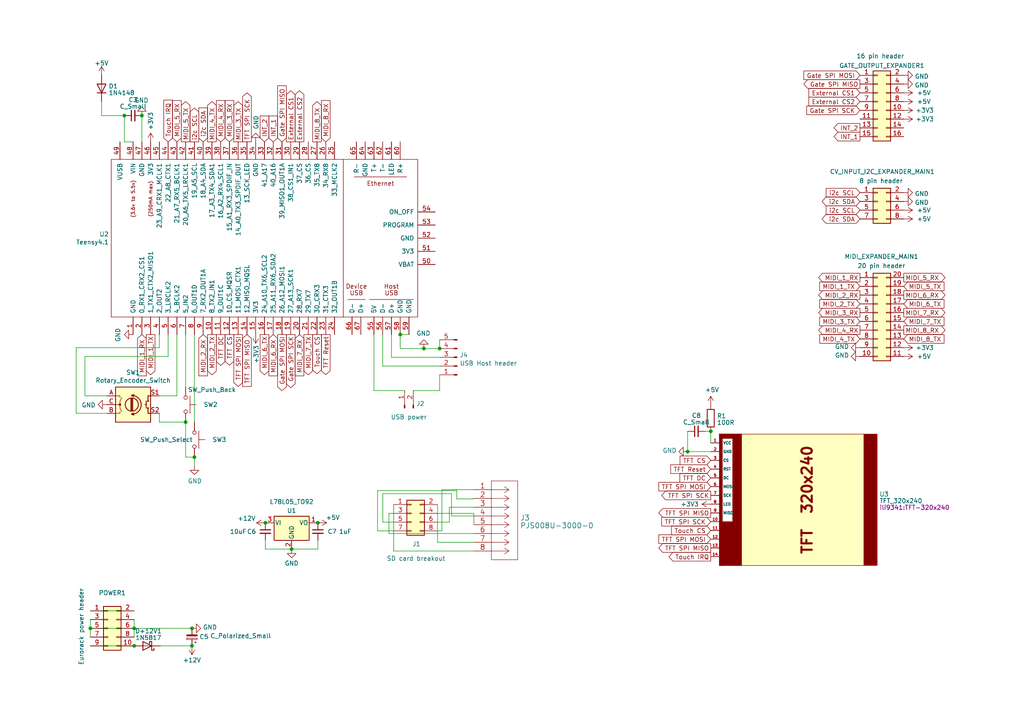
<source format=kicad_sch>
(kicad_sch (version 20230121) (generator eeschema)
  (paper "A4")
  (lib_symbols
    (symbol "2023-04-07_14-22-102:PJS008U-3000-0" (pin_names (offset 0.254) hide)
      (property "Reference" "J" (at 8.89 6.35 0))
      (property "Value" "PJS008U-3000-0" (at 10.16 -10.16 0))
      (symbol "PJS008U-3000-0_1_1"
        (pin bidirectional line (at 0 0 0) (length 5.08) (name "DAT2") (number "1"))
        (pin unspecified line (at 0 -2.54 0) (length 5.08) (name "CD/DAT3") (number "2"))
        (pin unspecified line (at 0 -5.08 0) (length 5.08) (name "CMD") (number "3"))
        (pin power_in line (at 0 -7.62 0) (length 5.08) (name "VDD") (number "4"))
        (pin unspecified line (at 0 -10.16 0) (length 5.08) (name "CLK") (number "5"))
        (pin power_in line (at 0 -12.7 0) (length 5.08) (name "VSS") (number "6"))
        (pin bidirectional line (at 0 -15.24 0) (length 5.08) (name "DAT0") (number "7"))
        (pin bidirectional line (at 0 -17.78 0) (length 5.08) (name "DAT1") (number "8"))
      )
    )
    (symbol "Connector:Conn_01x02_Pin" (pin_names (offset 1.016) hide)
      (property "Reference" "J" (at 0 2.54 0))
      (property "Value" "Conn_01x02_Pin" (at 0 -5.08 0))
      (symbol "Conn_01x02_Pin_1_1"
        (pin passive line (at 5.08 0 180) (length 3.81) (name "Pin_1") (number "1"))
        (pin passive line (at 5.08 -2.54 180) (length 3.81) (name "Pin_2") (number "2"))
      )
    )
    (symbol "Connector:Conn_01x05_Pin" (pin_names (offset 1.016) hide)
      (property "Reference" "J" (at 0 7.62 0))
      (property "Value" "Conn_01x05_Pin" (at 0 -7.62 0))
      (symbol "Conn_01x05_Pin_1_1"
        (pin passive line (at 5.08 5.08 180) (length 3.81) (name "Pin_1") (number "1"))
        (pin passive line (at 5.08 2.54 180) (length 3.81) (name "Pin_2") (number "2"))
        (pin passive line (at 5.08 0 180) (length 3.81) (name "Pin_3") (number "3"))
        (pin passive line (at 5.08 -2.54 180) (length 3.81) (name "Pin_4") (number "4"))
        (pin passive line (at 5.08 -5.08 180) (length 3.81) (name "Pin_5") (number "5"))
      )
    )
    (symbol "Connector_Generic:Conn_02x04_Odd_Even" (pin_names (offset 1.016) hide)
      (property "Reference" "J" (at 1.27 5.08 0))
      (property "Value" "Conn_02x04_Odd_Even" (at 1.27 -7.62 0))
      (symbol "Conn_02x04_Odd_Even_1_1"
        (pin passive line (at -5.08 2.54 0) (length 3.81) (name "Pin_1") (number "1"))
        (pin passive line (at 7.62 2.54 180) (length 3.81) (name "Pin_2") (number "2"))
        (pin passive line (at -5.08 0 0) (length 3.81) (name "Pin_3") (number "3"))
        (pin passive line (at 7.62 0 180) (length 3.81) (name "Pin_4") (number "4"))
        (pin passive line (at -5.08 -2.54 0) (length 3.81) (name "Pin_5") (number "5"))
        (pin passive line (at 7.62 -2.54 180) (length 3.81) (name "Pin_6") (number "6"))
        (pin passive line (at -5.08 -5.08 0) (length 3.81) (name "Pin_7") (number "7"))
        (pin passive line (at 7.62 -5.08 180) (length 3.81) (name "Pin_8") (number "8"))
      )
    )
    (symbol "Connector_Generic:Conn_02x05_Odd_Even" (pin_names (offset 1.016) hide)
      (property "Reference" "J" (at 1.27 7.62 0))
      (property "Value" "Conn_02x05_Odd_Even" (at 1.27 -7.62 0))
      (symbol "Conn_02x05_Odd_Even_1_1"
        (pin passive line (at -5.08 5.08 0) (length 3.81) (name "Pin_1") (number "1"))
        (pin passive line (at 7.62 -5.08 180) (length 3.81) (name "Pin_10") (number "10"))
        (pin passive line (at 7.62 5.08 180) (length 3.81) (name "Pin_2") (number "2"))
        (pin passive line (at -5.08 2.54 0) (length 3.81) (name "Pin_3") (number "3"))
        (pin passive line (at 7.62 2.54 180) (length 3.81) (name "Pin_4") (number "4"))
        (pin passive line (at -5.08 0 0) (length 3.81) (name "Pin_5") (number "5"))
        (pin passive line (at 7.62 0 180) (length 3.81) (name "Pin_6") (number "6"))
        (pin passive line (at -5.08 -2.54 0) (length 3.81) (name "Pin_7") (number "7"))
        (pin passive line (at 7.62 -2.54 180) (length 3.81) (name "Pin_8") (number "8"))
        (pin passive line (at -5.08 -5.08 0) (length 3.81) (name "Pin_9") (number "9"))
      )
    )
    (symbol "Connector_Generic:Conn_02x08_Odd_Even" (pin_names (offset 1.016) hide)
      (property "Reference" "J" (at 1.27 10.16 0))
      (property "Value" "Conn_02x08_Odd_Even" (at 1.27 -12.7 0))
      (symbol "Conn_02x08_Odd_Even_1_1"
        (pin passive line (at -5.08 7.62 0) (length 3.81) (name "Pin_1") (number "1"))
        (pin passive line (at 7.62 -2.54 180) (length 3.81) (name "Pin_10") (number "10"))
        (pin passive line (at -5.08 -5.08 0) (length 3.81) (name "Pin_11") (number "11"))
        (pin passive line (at 7.62 -5.08 180) (length 3.81) (name "Pin_12") (number "12"))
        (pin passive line (at -5.08 -7.62 0) (length 3.81) (name "Pin_13") (number "13"))
        (pin passive line (at 7.62 -7.62 180) (length 3.81) (name "Pin_14") (number "14"))
        (pin passive line (at -5.08 -10.16 0) (length 3.81) (name "Pin_15") (number "15"))
        (pin passive line (at 7.62 -10.16 180) (length 3.81) (name "Pin_16") (number "16"))
        (pin passive line (at 7.62 7.62 180) (length 3.81) (name "Pin_2") (number "2"))
        (pin passive line (at -5.08 5.08 0) (length 3.81) (name "Pin_3") (number "3"))
        (pin passive line (at 7.62 5.08 180) (length 3.81) (name "Pin_4") (number "4"))
        (pin passive line (at -5.08 2.54 0) (length 3.81) (name "Pin_5") (number "5"))
        (pin passive line (at 7.62 2.54 180) (length 3.81) (name "Pin_6") (number "6"))
        (pin passive line (at -5.08 0 0) (length 3.81) (name "Pin_7") (number "7"))
        (pin passive line (at 7.62 0 180) (length 3.81) (name "Pin_8") (number "8"))
        (pin passive line (at -5.08 -2.54 0) (length 3.81) (name "Pin_9") (number "9"))
      )
    )
    (symbol "Connector_Generic:Conn_02x10_Counter_Clockwise" (pin_names (offset 1.016) hide)
      (property "Reference" "J" (at 1.27 12.7 0))
      (property "Value" "Conn_02x10_Counter_Clockwise" (at 1.27 -15.24 0))
      (symbol "Conn_02x10_Counter_Clockwise_1_1"
        (pin passive line (at -5.08 10.16 0) (length 3.81) (name "Pin_1") (number "1"))
        (pin passive line (at -5.08 -12.7 0) (length 3.81) (name "Pin_10") (number "10"))
        (pin passive line (at 7.62 -12.7 180) (length 3.81) (name "Pin_11") (number "11"))
        (pin passive line (at 7.62 -10.16 180) (length 3.81) (name "Pin_12") (number "12"))
        (pin passive line (at 7.62 -7.62 180) (length 3.81) (name "Pin_13") (number "13"))
        (pin passive line (at 7.62 -5.08 180) (length 3.81) (name "Pin_14") (number "14"))
        (pin passive line (at 7.62 -2.54 180) (length 3.81) (name "Pin_15") (number "15"))
        (pin passive line (at 7.62 0 180) (length 3.81) (name "Pin_16") (number "16"))
        (pin passive line (at 7.62 2.54 180) (length 3.81) (name "Pin_17") (number "17"))
        (pin passive line (at 7.62 5.08 180) (length 3.81) (name "Pin_18") (number "18"))
        (pin passive line (at 7.62 7.62 180) (length 3.81) (name "Pin_19") (number "19"))
        (pin passive line (at -5.08 7.62 0) (length 3.81) (name "Pin_2") (number "2"))
        (pin passive line (at 7.62 10.16 180) (length 3.81) (name "Pin_20") (number "20"))
        (pin passive line (at -5.08 5.08 0) (length 3.81) (name "Pin_3") (number "3"))
        (pin passive line (at -5.08 2.54 0) (length 3.81) (name "Pin_4") (number "4"))
        (pin passive line (at -5.08 0 0) (length 3.81) (name "Pin_5") (number "5"))
        (pin passive line (at -5.08 -2.54 0) (length 3.81) (name "Pin_6") (number "6"))
        (pin passive line (at -5.08 -5.08 0) (length 3.81) (name "Pin_7") (number "7"))
        (pin passive line (at -5.08 -7.62 0) (length 3.81) (name "Pin_8") (number "8"))
        (pin passive line (at -5.08 -10.16 0) (length 3.81) (name "Pin_9") (number "9"))
      )
    )
    (symbol "Device:C_Polarized_Small" (pin_numbers hide) (pin_names (offset 0.254) hide)
      (property "Reference" "C" (at 0.254 1.778 0))
      (property "Value" "C_Polarized_Small" (at 0.254 -2.032 0))
      (symbol "C_Polarized_Small_1_1"
        (pin passive line (at 0 2.54 270) (length 1.8542) (name "~") (number "1"))
        (pin passive line (at 0 -2.54 90) (length 1.8542) (name "~") (number "2"))
      )
    )
    (symbol "Device:C_Small" (pin_numbers hide) (pin_names (offset 0.254) hide)
      (property "Reference" "C" (at 0.254 1.778 0))
      (property "Value" "C_Small" (at 0.254 -2.032 0))
      (symbol "C_Small_1_1"
        (pin passive line (at 0 2.54 270) (length 2.032) (name "~") (number "1"))
        (pin passive line (at 0 -2.54 90) (length 2.032) (name "~") (number "2"))
      )
    )
    (symbol "Device:R" (pin_numbers hide) (pin_names (offset 0))
      (property "Reference" "R" (at 2.032 0 90))
      (property "Value" "R" (at 0 0 90))
      (symbol "R_1_1"
        (pin passive line (at 0 3.81 270) (length 1.27) (name "~") (number "1"))
        (pin passive line (at 0 -3.81 90) (length 1.27) (name "~") (number "2"))
      )
    )
    (symbol "Diode:1N4148" (pin_numbers hide) (pin_names hide)
      (property "Reference" "D" (at 0 2.54 0))
      (property "Value" "1N4148" (at 0 -2.54 0))
      (symbol "1N4148_1_1"
        (pin passive line (at -3.81 0 0) (length 2.54) (name "K") (number "1"))
        (pin passive line (at 3.81 0 180) (length 2.54) (name "A") (number "2"))
      )
    )
    (symbol "Diode:1N5817" (pin_numbers hide) (pin_names (offset 1.016) hide)
      (property "Reference" "D" (at 0 2.54 0))
      (property "Value" "1N5817" (at 0 -2.54 0))
      (symbol "1N5817_1_1"
        (pin passive line (at -3.81 0 0) (length 2.54) (name "K") (number "1"))
        (pin passive line (at 3.81 0 180) (length 2.54) (name "A") (number "2"))
      )
    )
    (symbol "Regulator_Linear:L78L05_TO92" (pin_names (offset 0.254))
      (property "Reference" "U" (at -3.81 3.175 0))
      (property "Value" "L78L05_TO92" (at 0 3.175 0))
      (symbol "L78L05_TO92_1_1"
        (pin power_out line (at 7.62 0 180) (length 2.54) (name "VO") (number "1"))
        (pin power_in line (at 0 -7.62 90) (length 2.54) (name "GND") (number "2"))
        (pin power_in line (at -7.62 0 0) (length 2.54) (name "VI") (number "3"))
      )
    )
    (symbol "Switch:SW_Push" (pin_numbers hide) (pin_names (offset 1.016) hide)
      (property "Reference" "SW" (at 1.27 2.54 0))
      (property "Value" "SW_Push" (at 0 -1.524 0))
      (symbol "SW_Push_0_1"
        (pin passive line (at -5.08 0 0) (length 2.54) (name "1") (number "1"))
        (pin passive line (at 5.08 0 180) (length 2.54) (name "2") (number "2"))
      )
    )
    (symbol "power:+12V" (power) (pin_names (offset 0))
      (property "Value" "+12V" (at 0 3.556 0))
      (symbol "+12V_1_1"
        (pin power_in line (at 0 0 90) (length 0) hide (name "+12V") (number "1"))
      )
    )
    (symbol "power:+3V3" (power) (pin_names (offset 0))
      (property "Value" "+3V3" (at 0 3.556 0))
      (symbol "+3V3_1_1"
        (pin power_in line (at 0 0 90) (length 0) hide (name "+3V3") (number "1"))
      )
    )
    (symbol "power:+5V" (power) (pin_names (offset 0))
      (property "Value" "+5V" (at 0 3.556 0))
      (symbol "+5V_1_1"
        (pin power_in line (at 0 0 90) (length 0) hide (name "+5V") (number "1"))
      )
    )
    (symbol "power:GND" (power) (pin_names (offset 0))
      (property "Value" "GND" (at 0 -3.81 0))
      (symbol "GND_1_1"
        (pin power_in line (at 0 0 270) (length 0) hide (name "GND") (number "1"))
      )
    )
    (symbol "tft_320x240:TFT_320x240" (pin_names (offset 1.016))
      (property "Reference" "U?" (at 20.32 25.4001 0))
      (property "Value" "TFT_320x240" (at 20.32 22.8601 0))
      (property "Footprint" "z_Devices:TFT-320x240" (at 20.32 20.3201 0))
      (symbol "TFT_320x240_0_0"
        (text "TFT  320x240" (at 0 25.4 0) (effects (font (size 2.9972 2.9972) bold)))
      )
      (symbol "TFT_320x240_1_1"
        (pin power_in line (at -16.51 -2.54 90) (length 2.54) (name "VCC") (number "1"))
        (pin bidirectional line (at 6.35 -2.54 90) (length 2.54) (name "~") (number "10"))
        (pin bidirectional line (at 8.89 -2.54 90) (length 2.54) (name "~") (number "11"))
        (pin bidirectional line (at 11.43 -2.54 90) (length 2.54) (name "~") (number "12"))
        (pin bidirectional line (at 13.97 -2.54 90) (length 2.54) (name "~") (number "13"))
        (pin bidirectional line (at 16.51 -2.54 90) (length 2.54) (name "~") (number "14"))
        (pin bidirectional line (at -13.97 -2.54 90) (length 2.54) (name "GND") (number "2"))
        (pin bidirectional line (at -11.43 -2.54 90) (length 2.54) (name "CS") (number "3"))
        (pin bidirectional line (at -8.89 -2.54 90) (length 2.54) (name "RST") (number "4"))
        (pin bidirectional line (at -6.35 -2.54 90) (length 2.54) (name "DC") (number "5"))
        (pin bidirectional line (at -3.81 -2.54 90) (length 2.54) (name "MOSI") (number "6"))
        (pin bidirectional line (at -1.27 -2.54 90) (length 2.54) (name "SCK") (number "7"))
        (pin power_in line (at 1.27 -2.54 90) (length 2.54) (name "LED") (number "8"))
        (pin bidirectional line (at 3.81 -2.54 90) (length 2.54) (name "MISO") (number "9"))
      )
    )
    (symbol "usb_midi_clocker circuits-rescue:Rotary_Encoder_Switch-Device" (pin_names (offset 0.254) hide)
      (property "Reference" "SW" (at 0 6.604 0))
      (property "Value" "Device_Rotary_Encoder_Switch" (at 0 -6.604 0))
      (symbol "Rotary_Encoder_Switch-Device_1_1"
        (pin passive line (at -7.62 2.54 0) (length 2.54) (name "A") (number "A"))
        (pin passive line (at -7.62 -2.54 0) (length 2.54) (name "B") (number "B"))
        (pin passive line (at -7.62 0 0) (length 2.54) (name "C") (number "C"))
        (pin passive line (at 7.62 2.54 180) (length 2.54) (name "S1") (number "S1"))
        (pin passive line (at 7.62 -2.54 180) (length 2.54) (name "S2") (number "S2"))
      )
    )
    (symbol "usb_midi_clocker circuits-rescue:Teensy4.1-teensy" (pin_names (offset 1.016))
      (property "Reference" "U" (at 0 64.77 0))
      (property "Value" "teensy_Teensy4.1" (at 0 62.23 0))
      (symbol "Teensy4.1-teensy_0_0"
        (text "(250mA max)" (at 11.43 49.53 0) (effects (font (size 1.016 1.016))))
        (text "(3.6v to 5.5v)" (at 11.43 54.61 0) (effects (font (size 1.016 1.016))))
        (text "Device" (at -13.97 -10.16 900) (effects (font (size 1.27 1.27))))
        (text "Ethernet" (at 15.875 -17.145 900) (effects (font (size 1.27 1.27))))
        (text "Host" (at -13.97 -20.32 900) (effects (font (size 1.27 1.27))))
        (text "USB" (at -15.875 -20.32 900) (effects (font (size 1.27 1.27))))
        (text "USB" (at -15.875 -10.16 900) (effects (font (size 1.27 1.27))))
        (pin bidirectional line (at -27.94 31.75 0) (length 5.08) (name "8_TX2_IN1") (number "10"))
        (pin bidirectional line (at -27.94 29.21 0) (length 5.08) (name "9_OUT1C") (number "11"))
        (pin bidirectional line (at -27.94 26.67 0) (length 5.08) (name "10_CS_MQSR") (number "12"))
        (pin bidirectional line (at -27.94 24.13 0) (length 5.08) (name "11_MOSI_CTX1") (number "13"))
        (pin bidirectional line (at -27.94 21.59 0) (length 5.08) (name "12_MISO_MQSL") (number "14"))
        (pin power_in line (at -27.94 19.05 0) (length 5.08) (name "3V3") (number "15"))
        (pin bidirectional line (at -27.94 16.51 0) (length 5.08) (name "24_A10_TX6_SCL2") (number "16"))
        (pin bidirectional line (at -27.94 13.97 0) (length 5.08) (name "25_A11_RX6_SDA2") (number "17"))
        (pin bidirectional line (at -27.94 11.43 0) (length 5.08) (name "26_A12_MOSI1") (number "18"))
        (pin bidirectional line (at -27.94 8.89 0) (length 5.08) (name "27_A13_SCK1") (number "19"))
        (pin bidirectional line (at -27.94 6.35 0) (length 5.08) (name "28_RX7") (number "20"))
        (pin bidirectional line (at -27.94 3.81 0) (length 5.08) (name "29_TX7") (number "21"))
        (pin bidirectional line (at -27.94 1.27 0) (length 5.08) (name "30_CRX3") (number "22"))
        (pin bidirectional line (at -27.94 -1.27 0) (length 5.08) (name "31_CTX3") (number "23"))
        (pin bidirectional line (at -27.94 -3.81 0) (length 5.08) (name "32_OUT1B") (number "24"))
        (pin bidirectional line (at 27.94 -3.81 180) (length 5.08) (name "33_MCLK2") (number "25"))
        (pin bidirectional line (at 27.94 -1.27 180) (length 5.08) (name "34_RX8") (number "26"))
        (pin bidirectional line (at 27.94 1.27 180) (length 5.08) (name "35_TX8") (number "27"))
        (pin bidirectional line (at 27.94 3.81 180) (length 5.08) (name "36_CS") (number "28"))
        (pin bidirectional line (at 27.94 6.35 180) (length 5.08) (name "37_CS") (number "29"))
        (pin bidirectional line (at 27.94 8.89 180) (length 5.08) (name "38_CS1_IN1") (number "30"))
        (pin bidirectional line (at 27.94 11.43 180) (length 5.08) (name "39_MISO1_OUT1A") (number "31"))
        (pin bidirectional line (at 27.94 13.97 180) (length 5.08) (name "40_A16") (number "32"))
        (pin bidirectional line (at 27.94 16.51 180) (length 5.08) (name "41_A17") (number "33"))
        (pin bidirectional line (at 27.94 21.59 180) (length 5.08) (name "13_SCK_LED") (number "35"))
        (pin bidirectional line (at 27.94 24.13 180) (length 5.08) (name "14_A0_TX3_SPDIF_OUT") (number "36"))
        (pin bidirectional line (at 27.94 26.67 180) (length 5.08) (name "15_A1_RX3_SPDIF_IN") (number "37"))
        (pin bidirectional line (at 27.94 29.21 180) (length 5.08) (name "16_A2_RX4_SCL1") (number "38"))
        (pin bidirectional line (at 27.94 31.75 180) (length 5.08) (name "17_A3_TX4_SDA1") (number "39"))
        (pin bidirectional line (at 27.94 34.29 180) (length 5.08) (name "18_A4_SDA") (number "40"))
        (pin bidirectional line (at 27.94 36.83 180) (length 5.08) (name "19_A5_SCL") (number "41"))
        (pin bidirectional line (at 27.94 39.37 180) (length 5.08) (name "20_A6_TX5_LRCLK1") (number "42"))
        (pin bidirectional line (at 27.94 41.91 180) (length 5.08) (name "21_A7_RX5_BCLK1") (number "43"))
        (pin bidirectional line (at 27.94 44.45 180) (length 5.08) (name "22_A8_CTX1") (number "44"))
        (pin bidirectional line (at 27.94 46.99 180) (length 5.08) (name "23_A9_CRX1_MCLK1") (number "45"))
        (pin output line (at 27.94 49.53 180) (length 5.08) (name "3V3") (number "46"))
        (pin output line (at 27.94 52.07 180) (length 5.08) (name "GND") (number "47"))
        (pin power_in line (at 27.94 54.61 180) (length 5.08) (name "VIN") (number "48"))
        (pin power_out line (at 27.94 58.42 180) (length 5.08) (name "VUSB") (number "49"))
        (pin bidirectional line (at -27.94 44.45 0) (length 5.08) (name "3_LRCLK2") (number "5"))
        (pin power_in line (at -7.62 -33.02 90) (length 5.08) (name "VBAT") (number "50"))
        (pin power_in line (at -3.81 -33.02 90) (length 5.08) (name "3V3") (number "51"))
        (pin input line (at 0 -33.02 90) (length 5.08) (name "GND") (number "52"))
        (pin input line (at 3.81 -33.02 90) (length 5.08) (name "PROGRAM") (number "53"))
        (pin input line (at 7.62 -33.02 90) (length 5.08) (name "ON_OFF") (number "54"))
        (pin power_out line (at -27.94 -15.24 0) (length 5.08) (name "5V") (number "55"))
        (pin bidirectional line (at -27.94 -17.78 0) (length 5.08) (name "D-") (number "56"))
        (pin bidirectional line (at -27.94 -20.32 0) (length 5.08) (name "D+") (number "57"))
        (pin power_in line (at -27.94 -22.86 0) (length 5.08) (name "GND") (number "58"))
        (pin power_in line (at -27.94 -25.4 0) (length 5.08) (name "GND") (number "59"))
        (pin bidirectional line (at -27.94 41.91 0) (length 5.08) (name "4_BCLK2") (number "6"))
        (pin bidirectional line (at 27.94 -22.86 180) (length 5.08) (name "R+") (number "60"))
        (pin bidirectional line (at 27.94 -20.32 180) (length 5.08) (name "LED") (number "61"))
        (pin bidirectional line (at 27.94 -17.78 180) (length 5.08) (name "T-") (number "62"))
        (pin bidirectional line (at 27.94 -15.24 180) (length 5.08) (name "T+") (number "63"))
        (pin power_in line (at 27.94 -12.7 180) (length 5.08) (name "GND") (number "64"))
        (pin bidirectional line (at 27.94 -10.16 180) (length 5.08) (name "R-") (number "65"))
        (pin bidirectional line (at -27.94 -8.89 0) (length 5.08) (name "D-") (number "66"))
        (pin bidirectional line (at -27.94 -11.43 0) (length 5.08) (name "D+") (number "67"))
        (pin bidirectional line (at -27.94 39.37 0) (length 5.08) (name "5_IN2") (number "7"))
        (pin bidirectional line (at -27.94 36.83 0) (length 5.08) (name "6_OUT1D") (number "8"))
        (pin bidirectional line (at -27.94 34.29 0) (length 5.08) (name "7_RX2_OUT1A") (number "9"))
      )
      (symbol "Teensy4.1-teensy_1_1"
        (pin power_in line (at -27.94 54.61 0) (length 5.08) (name "GND") (number "1"))
        (pin bidirectional line (at -27.94 52.07 0) (length 5.08) (name "0_RX1_CRX2_CS1") (number "2"))
        (pin bidirectional line (at -27.94 49.53 0) (length 5.08) (name "1_TX1_CTX2_MISO1") (number "3"))
        (pin power_in line (at 27.94 19.05 180) (length 5.08) (name "GND") (number "34"))
        (pin bidirectional line (at -27.94 46.99 0) (length 5.08) (name "2_OUT2") (number "4"))
      )
    )
  )
  (junction (at 55.6768 187.325))
  (junction (at 116.078 97.028))
  (junction (at 76.962 151.638))
  (junction (at 38.9128 182.245))
  (junction (at 92.202 151.638))
  (junction (at 41.148 33.528))
  (junction (at 53.848 122.428))
  (junction (at 36.068 33.528))
  (junction (at 206.1464 125.095))
  (junction (at 56.388 132.588))
  (junction (at 38.9128 187.325))
  (junction (at 122.936 101.092))
  (junction (at 55.6768 182.245))
  (junction (at 127.508 101.092))
  (junction (at 84.582 159.258))
  (junction (at 199.4408 130.9878))
  (junction (at 26.2128 182.245))
  (wire (pts (xy 108.458 113.284) (xy 117.348 113.284)))
  (wire (pts (xy 127.508 98.552) (xy 127.508 101.092)))
  (wire (pts (xy 126.8984 153.9748) (xy 128.1684 153.9748)))
  (wire (pts (xy 38.9128 179.705) (xy 38.9128 182.245)))
  (wire (pts (xy 126.8984 151.4348) (xy 130.3274 151.4348)))
  (wire (pts (xy 108.458 97.028) (xy 108.458 113.284)))
  (wire (pts (xy 127.508 101.092) (xy 122.936 101.092)))
  (wire (pts (xy 130.3274 147.1168) (xy 137.4394 147.1168)))
  (wire (pts (xy 24.638 114.808) (xy 30.988 114.808)))
  (wire (pts (xy 204.5208 125.095) (xy 206.1464 125.095)))
  (wire (pts (xy 109.4994 142.2908) (xy 132.4864 142.2908)))
  (wire (pts (xy 126.8984 157.2768) (xy 137.4394 157.2768)))
  (wire (pts (xy 110.998 106.172) (xy 110.998 97.028)))
  (wire (pts (xy 116.078 97.028) (xy 118.618 97.028)))
  (wire (pts (xy 46.5328 187.325) (xy 55.6768 187.325)))
  (wire (pts (xy 112.8014 148.8948) (xy 112.8014 154.7368)))
  (wire (pts (xy 26.2128 182.245) (xy 38.9128 182.245)))
  (wire (pts (xy 199.4408 125.095) (xy 199.4408 130.9878)))
  (wire (pts (xy 114.1984 159.8168) (xy 137.4394 159.8168)))
  (wire (pts (xy 126.8984 146.3548) (xy 126.8984 157.2768)))
  (wire (pts (xy 132.4864 144.7038) (xy 137.4394 144.7038)))
  (wire (pts (xy 36.068 41.148) (xy 38.608 41.148)))
  (wire (pts (xy 127.508 106.172) (xy 110.998 106.172)))
  (wire (pts (xy 114.1984 151.4348) (xy 111.0234 151.4348)))
  (wire (pts (xy 56.388 132.588) (xy 56.388 135.128)))
  (wire (pts (xy 46.228 122.428) (xy 53.848 122.428)))
  (wire (pts (xy 109.4994 153.9748) (xy 109.4994 142.2908)))
  (wire (pts (xy 84.582 159.258) (xy 92.202 159.258)))
  (wire (pts (xy 26.2128 187.325) (xy 38.9128 187.325)))
  (wire (pts (xy 38.9128 182.245) (xy 38.9128 184.785)))
  (wire (pts (xy 119.888 113.284) (xy 127.508 113.284)))
  (wire (pts (xy 84.582 159.258) (xy 76.962 159.258)))
  (wire (pts (xy 114.1984 148.8948) (xy 112.8014 148.8948)))
  (wire (pts (xy 26.2128 177.165) (xy 38.9128 177.165)))
  (wire (pts (xy 46.228 100.838) (xy 22.098 100.838)))
  (wire (pts (xy 132.4864 142.2908) (xy 132.4864 144.7038)))
  (wire (pts (xy 112.8014 154.7368) (xy 137.4394 154.7368)))
  (wire (pts (xy 51.308 97.028) (xy 51.308 114.808)))
  (wire (pts (xy 46.228 119.888) (xy 46.228 122.428)))
  (wire (pts (xy 53.848 132.588) (xy 56.388 132.588)))
  (wire (pts (xy 128.1684 142.0368) (xy 137.4394 142.0368)))
  (wire (pts (xy 22.098 119.888) (xy 30.988 119.888)))
  (wire (pts (xy 22.098 100.838) (xy 22.098 119.888)))
  (wire (pts (xy 38.9128 182.245) (xy 55.6768 182.245)))
  (wire (pts (xy 113.538 103.632) (xy 127.508 103.632)))
  (wire (pts (xy 46.228 97.028) (xy 46.228 100.838)))
  (wire (pts (xy 29.464 33.528) (xy 36.068 33.528)))
  (wire (pts (xy 122.936 101.092) (xy 116.078 101.092)))
  (wire (pts (xy 56.388 97.028) (xy 56.388 122.428)))
  (wire (pts (xy 36.068 33.528) (xy 36.068 41.148)))
  (wire (pts (xy 48.768 103.378) (xy 24.638 103.378)))
  (wire (pts (xy 53.848 97.028) (xy 53.848 112.268)))
  (wire (pts (xy 111.0234 151.4348) (xy 111.0234 143.1798)))
  (wire (pts (xy 116.078 101.092) (xy 116.078 97.028)))
  (wire (pts (xy 29.464 29.464) (xy 29.464 33.528)))
  (wire (pts (xy 76.962 159.258) (xy 76.962 156.718)))
  (wire (pts (xy 127.508 113.284) (xy 127.508 108.712)))
  (wire (pts (xy 111.0234 143.1798) (xy 130.9624 143.1798)))
  (wire (pts (xy 24.638 103.378) (xy 24.638 114.808)))
  (wire (pts (xy 113.538 97.028) (xy 113.538 103.632)))
  (wire (pts (xy 130.9624 149.6568) (xy 137.4394 149.6568)))
  (wire (pts (xy 126.8984 148.8948) (xy 137.4394 148.8948)))
  (wire (pts (xy 114.1984 146.3548) (xy 114.1984 159.8168)))
  (wire (pts (xy 92.202 156.718) (xy 92.202 159.258)))
  (wire (pts (xy 128.1684 153.9748) (xy 128.1684 142.0368)))
  (wire (pts (xy 41.148 33.528) (xy 41.148 41.148)))
  (wire (pts (xy 48.768 97.028) (xy 48.768 103.378)))
  (wire (pts (xy 130.3274 151.4348) (xy 130.3274 147.1168)))
  (wire (pts (xy 114.1984 153.9748) (xy 109.4994 153.9748)))
  (wire (pts (xy 206.1464 125.095) (xy 206.1464 128.4478)))
  (wire (pts (xy 130.9624 143.1798) (xy 130.9624 149.6568)))
  (wire (pts (xy 26.2128 179.705) (xy 26.2128 182.245)))
  (wire (pts (xy 26.2128 182.245) (xy 26.2128 184.785)))
  (wire (pts (xy 53.848 122.428) (xy 53.848 132.588)))
  (wire (pts (xy 137.4394 144.7038) (xy 137.4394 144.5768)))
  (wire (pts (xy 199.4408 130.9878) (xy 206.1464 130.9878)))
  (wire (pts (xy 51.308 114.808) (xy 46.228 114.808)))
  (wire (pts (xy 137.4394 148.8948) (xy 137.4394 152.1968)))
  (global_label "i2c SDA" (shape input) (at 58.928 41.148 90) (property "Intersheetrefs" "${INTERSHEET_REFS}" (effects hide)))
  (global_label "TFT SPI MOSI" (shape input) (at 206.1464 141.1478 180) (property "Intersheetrefs" "${INTERSHEET_REFS}" (effects hide)))
  (global_label "MIDI_2_RX" (shape input) (at 58.928 97.028 270) (property "Intersheetrefs" "${INTERSHEET_REFS}" (effects hide)))
  (global_label "TFT SPI MOSI" (shape output) (at 69.088 97.028 270) (property "Intersheetrefs" "${INTERSHEET_REFS}" (effects hide)))
  (global_label "MIDI_2_TX" (shape output) (at 61.468 97.028 270) (property "Intersheetrefs" "${INTERSHEET_REFS}" (effects hide)))
  (global_label "MIDI_5_TX" (shape output) (at 53.848 41.148 90) (property "Intersheetrefs" "${INTERSHEET_REFS}" (effects hide)))
  (global_label "MIDI_6_RX" (shape input) (at 79.248 97.028 270) (property "Intersheetrefs" "${INTERSHEET_REFS}" (effects hide)))
  (global_label "MIDI_3_TX" (shape output) (at 69.088 41.148 90) (property "Intersheetrefs" "${INTERSHEET_REFS}" (effects hide)))
  (global_label "MIDI_5_TX" (shape input) (at 262.128 83.058 0) (property "Intersheetrefs" "${INTERSHEET_REFS}" (effects hide)))
  (global_label "External CS2" (shape output) (at 86.868 41.148 90) (property "Intersheetrefs" "${INTERSHEET_REFS}" (effects hide)))
  (global_label "TFT SPI MISO" (shape input) (at 71.628 97.028 270) (property "Intersheetrefs" "${INTERSHEET_REFS}" (effects hide)))
  (global_label "i2c SCL" (shape output) (at 56.388 41.148 90) (property "Intersheetrefs" "${INTERSHEET_REFS}" (effects hide)))
  (global_label "MIDI_1_RX" (shape output) (at 249.428 80.518 180) (property "Intersheetrefs" "${INTERSHEET_REFS}" (effects hide)))
  (global_label "Touch CS" (shape output) (at 91.948 97.028 270) (property "Intersheetrefs" "${INTERSHEET_REFS}" (effects hide)))
  (global_label "Gate SPI MOSI" (shape input) (at 249.428 21.844 180) (property "Intersheetrefs" "${INTERSHEET_REFS}" (effects hide)))
  (global_label "MIDI_7_TX" (shape input) (at 262.128 93.218 0) (property "Intersheetrefs" "${INTERSHEET_REFS}" (effects hide)))
  (global_label "TFT CS" (shape output) (at 66.548 97.028 270) (property "Intersheetrefs" "${INTERSHEET_REFS}" (effects hide)))
  (global_label "Gate SPI MISO" (shape output) (at 249.428 24.384 180) (property "Intersheetrefs" "${INTERSHEET_REFS}" (effects hide)))
  (global_label "MIDI_6_RX" (shape output) (at 262.128 85.598 0) (property "Intersheetrefs" "${INTERSHEET_REFS}" (effects hide)))
  (global_label "i2c SDA" (shape bidirectional) (at 249.428 63.5 180) (property "Intersheetrefs" "${INTERSHEET_REFS}" (effects hide)))
  (global_label "External CS2" (shape input) (at 249.428 29.464 180) (property "Intersheetrefs" "${INTERSHEET_REFS}" (effects hide)))
  (global_label "External CS1" (shape input) (at 249.428 26.924 180) (property "Intersheetrefs" "${INTERSHEET_REFS}" (effects hide)))
  (global_label "INT_1" (shape input) (at 79.248 41.148 90) (property "Intersheetrefs" "${INTERSHEET_REFS}" (effects hide)))
  (global_label "MIDI_1_TX" (shape output) (at 43.688 97.028 270) (property "Intersheetrefs" "${INTERSHEET_REFS}" (effects hide)))
  (global_label "MIDI_5_RX" (shape output) (at 262.128 80.518 0) (property "Intersheetrefs" "${INTERSHEET_REFS}" (effects hide)))
  (global_label "TFT SPI SCK" (shape output) (at 206.1464 143.6878 180) (property "Intersheetrefs" "${INTERSHEET_REFS}" (effects hide)))
  (global_label "TFT SPI MISO" (shape output) (at 206.1464 148.7678 180) (property "Intersheetrefs" "${INTERSHEET_REFS}" (effects hide)))
  (global_label "Gate SPI SCK" (shape input) (at 249.428 32.004 180) (property "Intersheetrefs" "${INTERSHEET_REFS}" (effects hide)))
  (global_label "MIDI_2_RX" (shape output) (at 249.428 85.598 180) (property "Intersheetrefs" "${INTERSHEET_REFS}" (effects hide)))
  (global_label "TFT SPI SCK" (shape output) (at 71.628 41.148 90) (property "Intersheetrefs" "${INTERSHEET_REFS}" (effects hide)))
  (global_label "TFT SPI SCK" (shape input) (at 206.1464 151.3078 180) (property "Intersheetrefs" "${INTERSHEET_REFS}" (effects hide)))
  (global_label "MIDI_5_RX" (shape input) (at 51.308 41.148 90) (property "Intersheetrefs" "${INTERSHEET_REFS}" (effects hide)))
  (global_label "MIDI_7_TX" (shape output) (at 89.408 97.028 270) (property "Intersheetrefs" "${INTERSHEET_REFS}" (effects hide)))
  (global_label "TFT SPI MISO" (shape output) (at 206.1464 158.9278 180) (property "Intersheetrefs" "${INTERSHEET_REFS}" (effects hide)))
  (global_label "i2c SDA" (shape bidirectional) (at 249.428 58.42 180) (property "Intersheetrefs" "${INTERSHEET_REFS}" (effects hide)))
  (global_label "MIDI_4_TX" (shape output) (at 61.468 41.148 90) (property "Intersheetrefs" "${INTERSHEET_REFS}" (effects hide)))
  (global_label "MIDI_3_TX" (shape input) (at 249.428 93.218 180) (property "Intersheetrefs" "${INTERSHEET_REFS}" (effects hide)))
  (global_label "MIDI_2_TX" (shape input) (at 249.428 88.138 180) (property "Intersheetrefs" "${INTERSHEET_REFS}" (effects hide)))
  (global_label "TFT DC" (shape input) (at 206.1464 138.6078 180) (property "Intersheetrefs" "${INTERSHEET_REFS}" (effects hide)))
  (global_label "i2c SCL" (shape input) (at 249.428 55.88 180) (property "Intersheetrefs" "${INTERSHEET_REFS}" (effects hide)))
  (global_label "INT_2" (shape output) (at 249.428 37.084 180) (property "Intersheetrefs" "${INTERSHEET_REFS}" (effects hide)))
  (global_label "Gate SPI MISO" (shape input) (at 81.788 41.148 90) (property "Intersheetrefs" "${INTERSHEET_REFS}" (effects hide)))
  (global_label "MIDI_6_TX" (shape output) (at 76.708 97.028 270) (property "Intersheetrefs" "${INTERSHEET_REFS}" (effects hide)))
  (global_label "TFT DC" (shape output) (at 64.008 97.028 270) (property "Intersheetrefs" "${INTERSHEET_REFS}" (effects hide)))
  (global_label "MIDI_4_RX" (shape input) (at 64.008 41.148 90) (property "Intersheetrefs" "${INTERSHEET_REFS}" (effects hide)))
  (global_label "MIDI_8_TX" (shape output) (at 91.948 41.148 90) (property "Intersheetrefs" "${INTERSHEET_REFS}" (effects hide)))
  (global_label "INT_2" (shape input) (at 76.708 41.148 90) (property "Intersheetrefs" "${INTERSHEET_REFS}" (effects hide)))
  (global_label "MIDI_8_TX" (shape input) (at 262.128 98.298 0) (property "Intersheetrefs" "${INTERSHEET_REFS}" (effects hide)))
  (global_label "Gate SPI MOSI" (shape output) (at 81.788 97.028 270) (property "Intersheetrefs" "${INTERSHEET_REFS}" (effects hide)))
  (global_label "TFT CS" (shape input) (at 206.1464 133.5278 180) (property "Intersheetrefs" "${INTERSHEET_REFS}" (effects hide)))
  (global_label "i2c SCL" (shape input) (at 249.428 60.96 180) (property "Intersheetrefs" "${INTERSHEET_REFS}" (effects hide)))
  (global_label "External CS1" (shape output) (at 84.328 41.148 90) (property "Intersheetrefs" "${INTERSHEET_REFS}" (effects hide)))
  (global_label "MIDI_7_RX" (shape input) (at 86.868 97.028 270) (property "Intersheetrefs" "${INTERSHEET_REFS}" (effects hide)))
  (global_label "Gate SPI SCK" (shape output) (at 84.328 97.028 270) (property "Intersheetrefs" "${INTERSHEET_REFS}" (effects hide)))
  (global_label "TFT Reset" (shape input) (at 206.1464 136.0678 180) (property "Intersheetrefs" "${INTERSHEET_REFS}" (effects hide)))
  (global_label "Touch IRQ" (shape input) (at 48.768 41.148 90) (property "Intersheetrefs" "${INTERSHEET_REFS}" (effects hide)))
  (global_label "MIDI_1_TX" (shape input) (at 249.428 83.058 180) (property "Intersheetrefs" "${INTERSHEET_REFS}" (effects hide)))
  (global_label "MIDI_6_TX" (shape input) (at 262.128 88.138 0) (property "Intersheetrefs" "${INTERSHEET_REFS}" (effects hide)))
  (global_label "Touch CS" (shape input) (at 206.1464 153.8478 180) (property "Intersheetrefs" "${INTERSHEET_REFS}" (effects hide)))
  (global_label "Touch IRQ" (shape output) (at 206.1464 161.4678 180) (property "Intersheetrefs" "${INTERSHEET_REFS}" (effects hide)))
  (global_label "MIDI_3_RX" (shape output) (at 249.428 90.678 180) (property "Intersheetrefs" "${INTERSHEET_REFS}" (effects hide)))
  (global_label "MIDI_8_RX" (shape output) (at 262.128 95.758 0) (property "Intersheetrefs" "${INTERSHEET_REFS}" (effects hide)))
  (global_label "MIDI_8_RX" (shape input) (at 94.488 41.148 90) (property "Intersheetrefs" "${INTERSHEET_REFS}" (effects hide)))
  (global_label "TFT Reset" (shape output) (at 94.488 97.028 270) (property "Intersheetrefs" "${INTERSHEET_REFS}" (effects hide)))
  (global_label "INT_1" (shape output) (at 249.428 39.624 180) (property "Intersheetrefs" "${INTERSHEET_REFS}" (effects hide)))
  (global_label "TFT SPI MOSI" (shape input) (at 206.1464 156.3878 180) (property "Intersheetrefs" "${INTERSHEET_REFS}" (effects hide)))
  (global_label "MIDI_1_RX" (shape input) (at 41.148 97.028 270) (property "Intersheetrefs" "${INTERSHEET_REFS}" (effects hide)))
  (global_label "MIDI_7_RX" (shape output) (at 262.128 90.678 0) (property "Intersheetrefs" "${INTERSHEET_REFS}" (effects hide)))
  (global_label "MIDI_4_RX" (shape output) (at 249.428 95.758 180) (property "Intersheetrefs" "${INTERSHEET_REFS}" (effects hide)))
  (global_label "MIDI_4_TX" (shape input) (at 249.428 98.298 180) (property "Intersheetrefs" "${INTERSHEET_REFS}" (effects hide)))
  (global_label "MIDI_3_RX" (shape input) (at 66.548 41.148 90) (property "Intersheetrefs" "${INTERSHEET_REFS}" (effects hide)))
  (symbol (lib_id "power:+12V") (at 55.6768 187.325 180) (unit 1)
    (property "Reference" "#PWR07" (effects hide))
    (property "Value" "+12V" (at 55.6768 191.4605 0))
  )
  (symbol (lib_id "Device:C_Small") (at 38.608 33.528 90) (unit 1)
    (property "Reference" "C3" (at 38.6143 28.956 90))
    (property "Value" "C_Small" (at 38.6143 30.877 90))
    (property "Footprint" "Capacitor_THT:C_Axial_L5.1mm_D3.1mm_P7.50mm_Horizontal" (effects hide))
  )
  (symbol (lib_id "Device:C_Small") (at 76.962 154.178 0) (unit 1)
    (property "Reference" "C6" (at 71.628 154.178 0) (effects (justify left)))
    (property "Value" "10uF" (at 66.6496 154.178 0) (effects (justify left)))
    (property "Footprint" "Capacitor_THT:C_Axial_L5.1mm_D3.1mm_P7.50mm_Horizontal" (effects hide))
  )
  (symbol (lib_id "power:+5V") (at 262.128 63.5 270) (unit 1)
    (property "Reference" "#PWR026" (effects hide))
    (property "Value" "+5V" (at 267.97 63.5 90))
  )
  (symbol (lib_id "power:GND") (at 55.6768 182.245 90) (unit 1)
    (property "Reference" "#PWR06" (effects hide))
    (property "Value" "GND" (at 58.8517 181.9282 90) (effects (justify right)))
  )
  (symbol (lib_id "power:GND") (at 262.128 21.844 90) (unit 1)
    (property "Reference" "#PWR019" (effects hide))
    (property "Value" "GND" (at 265.303 22.1608 90) (effects (justify right)))
  )
  (symbol (lib_id "usb_midi_clocker circuits-rescue:Rotary_Encoder_Switch-Device") (at 38.608 117.348 0) (unit 1)
    (property "Reference" "SW1" (at 38.608 108.0262 0))
    (property "Value" "Rotary_Encoder_Switch" (at 38.608 110.3376 0))
    (property "Footprint" "doctea:RotaryEncoder_Alps_EC11E-Switch_Vertical_H20mm" (effects hide))
  )
  (symbol (lib_id "power:+5V") (at 262.128 29.464 270) (unit 1)
    (property "Reference" "#PWR029" (effects hide))
    (property "Value" "+5V" (at 267.97 29.464 90))
  )
  (symbol (lib_id "power:GND") (at 74.168 41.148 180) (unit 1)
    (property "Reference" "#PWR010" (effects hide))
    (property "Value" "GND" (at 74.2696 37.5412 90) (effects (justify right)))
  )
  (symbol (lib_id "power:GND") (at 41.148 33.528 180) (unit 1)
    (property "Reference" "#PWR03" (effects hide))
    (property "Value" "GND" (at 41.021 29.1338 0))
  )
  (symbol (lib_id "Connector_Generic:Conn_02x08_Odd_Even") (at 254.508 29.464 0) (unit 1)
    (property "Reference" "GATE_OUTPUT_EXPANDER1" (at 255.778 19.05 0))
    (property "Value" "16 pin header" (at 255.3208 16.256 0))
    (property "Footprint" "Connector_PinHeader_2.54mm:PinHeader_2x08_P2.54mm_Vertical" (effects hide))
  )
  (symbol (lib_id "usb_midi_clocker circuits-rescue:Teensy4.1-teensy") (at 93.218 69.088 90) (unit 1)
    (property "Reference" "U2" (at 31.5722 67.9196 90) (effects (justify left)))
    (property "Value" "Teensy4.1" (at 31.5722 70.231 90) (effects (justify left)))
    (property "Footprint" "teensy:Teensy41" (effects hide))
  )
  (symbol (lib_id "power:+3V3") (at 262.128 32.004 270) (unit 1)
    (property "Reference" "#PWR031" (effects hide))
    (property "Value" "+3V3" (at 268.224 32.004 90))
  )
  (symbol (lib_id "Connector_Generic:Conn_02x04_Odd_Even") (at 254.508 58.42 0) (unit 1)
    (property "Reference" "CV_INPUT_I2C_EXPANDER_MAIN1" (at 255.905 49.784 0))
    (property "Value" "8 pin header" (at 255.524 52.451 0))
    (property "Footprint" "Connector_PinHeader_2.54mm:PinHeader_2x04_P2.54mm_Vertical" (effects hide))
  )
  (symbol (lib_id "Regulator_Linear:L78L05_TO92") (at 84.582 151.638 0) (unit 1)
    (property "Reference" "U1" (at 84.582 148.082 0))
    (property "Value" "L78L05_TO92" (at 84.582 145.542 0))
    (property "Footprint" "Package_TO_SOT_THT:TO-92_Inline" (effects hide))
    (property "Datasheet" "http://www.st.com/content/ccc/resource/technical/document/datasheet/15/55/e5/aa/23/5b/43/fd/CD00000446.pdf/files/CD00000446.pdf/jcr:content/translations/en.CD00000446.pdf" (effects hide))
  )
  (symbol (lib_id "power:GND") (at 56.388 135.128 0) (unit 1)
    (property "Reference" "#PWR08" (effects hide))
    (property "Value" "GND" (at 56.515 139.5222 0))
  )
  (symbol (lib_id "Switch:SW_Push") (at 56.388 127.508 270) (unit 1)
    (property "Reference" "SW3" (at 63.627 127.508 90))
    (property "Value" "SW_Push_Select" (at 48.26 127.508 90))
    (property "Footprint" "Button_Switch_THT:SW_PUSH_6mm_H13mm" (effects hide))
  )
  (symbol (lib_id "power:+5V") (at 206.1464 117.475 0) (unit 1)
    (property "Reference" "#PWR015" (effects hide))
    (property "Value" "+5V" (at 206.5274 113.0808 0))
  )
  (symbol (lib_id "power:GND") (at 38.608 97.028 270) (unit 1)
    (property "Reference" "#PWR05" (effects hide))
    (property "Value" "GND" (at 34.2138 97.155 0))
  )
  (symbol (lib_id "2023-04-07_14-22-102:PJS008U-3000-0") (at 137.4394 142.0368 0) (unit 1)
    (property "Reference" "J3" (at 150.8379 150.1798 0) (effects (font (size 1.524 1.524)) (justify left)))
    (property "Value" "PJS008U-3000-0" (at 150.8379 152.434 0) (effects (font (size 1.524 1.524)) (justify left)))
    (property "Footprint" "footprints:PJS008U-3000-0" (effects hide))
  )
  (symbol (lib_id "power:+5V") (at 262.128 60.96 270) (unit 1)
    (property "Reference" "#PWR027" (effects hide))
    (property "Value" "+5V" (at 267.97 60.96 90))
  )
  (symbol (lib_id "Switch:SW_Push") (at 53.848 117.348 270) (unit 1)
    (property "Reference" "SW2" (at 61.087 117.348 90))
    (property "Value" "SW_Push_Back" (at 61.468 113.03 90))
    (property "Footprint" "Button_Switch_THT:SW_PUSH_6mm_H13mm" (effects hide))
  )
  (symbol (lib_id "power:+3V3") (at 262.128 100.838 270) (unit 1)
    (property "Reference" "#PWR025" (effects hide))
    (property "Value" "+3V3" (at 268.224 100.838 90))
  )
  (symbol (lib_id "Device:C_Small") (at 201.9808 125.095 90) (unit 1)
    (property "Reference" "C8" (at 201.9871 120.523 90))
    (property "Value" "C_Small" (at 201.9871 122.444 90))
    (property "Footprint" "Capacitor_THT:C_Axial_L5.1mm_D3.1mm_P7.50mm_Horizontal" (effects hide))
  )
  (symbol (lib_id "power:+5V") (at 92.202 151.638 270) (unit 1)
    (property "Reference" "#PWR013" (effects hide))
    (property "Value" "+5V" (at 94.488 150.114 90) (effects (justify left)))
  )
  (symbol (lib_id "power:GND") (at 84.582 159.258 0) (unit 1)
    (property "Reference" "#PWR012" (effects hide))
    (property "Value" "GND" (at 84.582 163.3935 0))
  )
  (symbol (lib_id "Connector_Generic:Conn_02x04_Odd_Even") (at 119.2784 148.8948 0) (unit 1)
    (property "Reference" "J1" (at 120.8024 157.7848 0))
    (property "Value" "SD card breakout" (at 120.6754 161.9758 0))
    (property "Footprint" "Connector_PinHeader_2.54mm:PinHeader_2x04_P2.54mm_Vertical" (effects hide))
  )
  (symbol (lib_id "power:+5V") (at 262.128 103.378 270) (unit 1)
    (property "Reference" "#PWR024" (effects hide))
    (property "Value" "+5V" (at 267.97 103.378 90))
  )
  (symbol (lib_id "power:GND") (at 122.936 101.092 180) (unit 1)
    (property "Reference" "#PWR023" (effects hide))
    (property "Value" "GND" (at 122.809 96.6978 0))
  )
  (symbol (lib_id "power:GND") (at 249.428 103.378 270) (unit 1)
    (property "Reference" "#PWR018" (effects hide))
    (property "Value" "GND" (at 246.253 103.0612 90) (effects (justify right)))
  )
  (symbol (lib_id "power:+5V") (at 262.128 26.924 270) (unit 1)
    (property "Reference" "#PWR028" (effects hide))
    (property "Value" "+5V" (at 267.97 26.924 90))
  )
  (symbol (lib_id "Device:C_Polarized_Small") (at 55.6768 184.785 180) (unit 1)
    (property "Reference" "C5" (at 57.8358 184.6874 0) (effects (justify right)))
    (property "Value" "C_Polarized_Small" (at 60.96 184.4294 0) (effects (justify right)))
    (property "Footprint" "Capacitor_THT:CP_Radial_D6.3mm_P2.50mm" (effects hide))
  )
  (symbol (lib_id "power:GND") (at 249.428 100.838 270) (unit 1)
    (property "Reference" "#PWR017" (effects hide))
    (property "Value" "GND" (at 246.253 100.5212 90) (effects (justify right)))
  )
  (symbol (lib_id "Connector_Generic:Conn_02x10_Counter_Clockwise") (at 254.508 90.678 0) (unit 1)
    (property "Reference" "MIDI_EXPANDER_MAIN1" (at 255.651 74.422 0))
    (property "Value" "20 pin header" (at 255.651 77.089 0))
    (property "Footprint" "Connector_PinHeader_2.54mm:PinHeader_2x10_P2.54mm_Vertical" (effects hide))
  )
  (symbol (lib_id "power:+3V3") (at 206.1464 146.2278 90) (unit 1)
    (property "Reference" "#PWR016" (effects hide))
    (property "Value" "+3V3" (at 200.0504 146.2278 90))
  )
  (symbol (lib_id "tft_320x240:TFT_320x240") (at 208.6864 144.9578 270) (unit 1)
    (property "Reference" "U3" (at 255.0414 143.3536 90) (effects (justify left)))
    (property "Value" "TFT_320x240" (at 255.0414 145.2746 90) (effects (justify left)))
    (property "Footprint" "ili9341:TFT-320x240" (at 255.0414 147.1956 90) (effects (justify left)))
  )
  (symbol (lib_id "Diode:1N4148") (at 29.464 25.654 90) (unit 1)
    (property "Reference" "D1" (at 31.496 25.0103 90) (effects (justify right)))
    (property "Value" "1N4148" (at 31.496 26.9313 90) (effects (justify right)))
    (property "Footprint" "Diode_THT:D_DO-35_SOD27_P7.62mm_Horizontal" (effects hide))
    (property "Datasheet" "https://assets.nexperia.com/documents/data-sheet/1N4148_1N4448.pdf" (effects hide))
    (property "Sim.Device" "D" (effects hide))
    (property "Sim.Pins" "1=K 2=A" (effects hide))
  )
  (symbol (lib_id "Diode:1N5817") (at 42.7228 187.325 180) (unit 1)
    (property "Reference" "D+12V1" (at 43.0403 183.0451 0))
    (property "Value" "1N5817" (at 43.0403 184.9661 0))
    (property "Footprint" "Diode_THT:D_DO-41_SOD81_P10.16mm_Horizontal" (effects hide))
    (property "Datasheet" "http://www.vishay.com/docs/88525/1n5817.pdf" (effects hide))
  )
  (symbol (lib_id "power:+3V3") (at 43.688 41.148 0) (unit 1)
    (property "Reference" "#PWR04" (effects hide))
    (property "Value" "+3V3" (at 43.688 35.1028 90))
  )
  (symbol (lib_id "power:GND") (at 199.4408 130.9878 270) (unit 1)
    (property "Reference" "#PWR014" (effects hide))
    (property "Value" "GND" (at 196.2658 130.671 90) (effects (justify right)))
  )
  (symbol (lib_id "Connector:Conn_01x05_Pin") (at 132.588 103.632 180) (unit 1)
    (property "Reference" "J4" (at 133.2992 102.9883 0) (effects (justify right)))
    (property "Value" "USB Host header" (at 133.35 105.3592 0) (effects (justify right)))
    (property "Footprint" "Connector_PinHeader_2.54mm:PinHeader_1x05_P2.54mm_Vertical" (effects hide))
  )
  (symbol (lib_id "power:+3V3") (at 74.168 97.028 180) (unit 1)
    (property "Reference" "#PWR011" (effects hide))
    (property "Value" "+3V3" (at 74.3204 102.7684 90))
  )
  (symbol (lib_id "power:+5V") (at 29.464 21.844 0) (unit 1)
    (property "Reference" "#PWR02" (effects hide))
    (property "Value" "+5V" (at 29.464 18.3421 0))
  )
  (symbol (lib_id "Connector:Conn_01x02_Pin") (at 117.348 118.364 90) (unit 1)
    (property "Reference" "J2" (at 120.7262 117.0853 90) (effects (justify right)))
    (property "Value" "USB power" (at 113.3348 120.9548 90) (effects (justify right)))
    (property "Footprint" "Connector_PinHeader_2.54mm:PinHeader_1x02_P2.54mm_Vertical" (effects hide))
  )
  (symbol (lib_id "power:GND") (at 30.988 117.348 270) (unit 1)
    (property "Reference" "#PWR01" (effects hide))
    (property "Value" "GND" (at 27.7368 117.475 90) (effects (justify right)))
  )
  (symbol (lib_id "power:GND") (at 262.128 55.88 90) (unit 1)
    (property "Reference" "#PWR021" (effects hide))
    (property "Value" "GND" (at 265.303 56.1968 90) (effects (justify right)))
  )
  (symbol (lib_id "power:+3V3") (at 262.128 34.544 270) (unit 1)
    (property "Reference" "#PWR032" (effects hide))
    (property "Value" "+3V3" (at 268.224 34.544 90))
  )
  (symbol (lib_id "power:+12V") (at 76.962 151.638 90) (unit 1)
    (property "Reference" "#PWR09" (effects hide))
    (property "Value" "+12V" (at 74.168 150.368 90) (effects (justify left)))
  )
  (symbol (lib_id "Device:R") (at 206.1464 121.285 0) (unit 1)
    (property "Reference" "R1" (at 207.9244 120.6413 0) (effects (justify left)))
    (property "Value" "100R" (at 207.9244 122.5623 0) (effects (justify left)))
    (property "Footprint" "Resistor_THT:R_Axial_DIN0207_L6.3mm_D2.5mm_P10.16mm_Horizontal" (effects hide))
  )
  (symbol (lib_id "Connector_Generic:Conn_02x05_Odd_Even") (at 31.2928 182.245 0) (unit 1)
    (property "Reference" "POWER1" (at 32.5628 171.958 0))
    (property "Value" "Eurorack power header" (at 23.5712 181.737 90))
    (property "Footprint" "Connector_IDC:IDC-Header_2x05_P2.54mm_Vertical" (effects hide))
  )
  (symbol (lib_id "power:GND") (at 262.128 24.384 90) (unit 1)
    (property "Reference" "#PWR020" (effects hide))
    (property "Value" "GND" (at 265.303 24.7008 90) (effects (justify right)))
  )
  (symbol (lib_id "power:GND") (at 262.128 58.42 90) (unit 1)
    (property "Reference" "#PWR022" (effects hide))
    (property "Value" "GND" (at 265.303 58.7368 90) (effects (justify right)))
  )
  (symbol (lib_id "Device:C_Small") (at 92.202 154.178 0) (unit 1)
    (property "Reference" "C7" (at 94.996 154.178 0) (effects (justify left)))
    (property "Value" "1uF" (at 98.298 154.178 0) (effects (justify left)))
    (property "Footprint" "Capacitor_THT:C_Axial_L5.1mm_D3.1mm_P7.50mm_Horizontal" (effects hide))
  )
)
</source>
